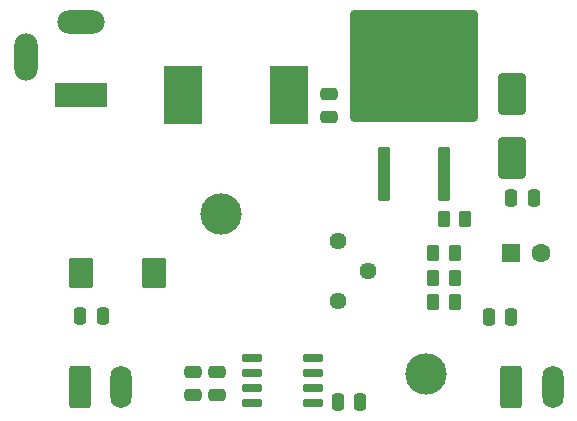
<source format=gts>
G04 #@! TF.GenerationSoftware,KiCad,Pcbnew,8.0.5*
G04 #@! TF.CreationDate,2025-01-03T23:13:30-05:00*
G04 #@! TF.ProjectId,PierogiNixiePSU,50696572-6f67-4694-9e69-786965505355,rev?*
G04 #@! TF.SameCoordinates,Original*
G04 #@! TF.FileFunction,Soldermask,Top*
G04 #@! TF.FilePolarity,Negative*
%FSLAX46Y46*%
G04 Gerber Fmt 4.6, Leading zero omitted, Abs format (unit mm)*
G04 Created by KiCad (PCBNEW 8.0.5) date 2025-01-03 23:13:30*
%MOMM*%
%LPD*%
G01*
G04 APERTURE LIST*
G04 Aperture macros list*
%AMRoundRect*
0 Rectangle with rounded corners*
0 $1 Rounding radius*
0 $2 $3 $4 $5 $6 $7 $8 $9 X,Y pos of 4 corners*
0 Add a 4 corners polygon primitive as box body*
4,1,4,$2,$3,$4,$5,$6,$7,$8,$9,$2,$3,0*
0 Add four circle primitives for the rounded corners*
1,1,$1+$1,$2,$3*
1,1,$1+$1,$4,$5*
1,1,$1+$1,$6,$7*
1,1,$1+$1,$8,$9*
0 Add four rect primitives between the rounded corners*
20,1,$1+$1,$2,$3,$4,$5,0*
20,1,$1+$1,$4,$5,$6,$7,0*
20,1,$1+$1,$6,$7,$8,$9,0*
20,1,$1+$1,$8,$9,$2,$3,0*%
G04 Aperture macros list end*
%ADD10RoundRect,0.250000X0.300000X-2.050000X0.300000X2.050000X-0.300000X2.050000X-0.300000X-2.050000X0*%
%ADD11RoundRect,0.250002X5.149998X-4.449998X5.149998X4.449998X-5.149998X4.449998X-5.149998X-4.449998X0*%
%ADD12C,3.500000*%
%ADD13R,3.175000X4.950000*%
%ADD14RoundRect,0.150000X-0.725000X-0.150000X0.725000X-0.150000X0.725000X0.150000X-0.725000X0.150000X0*%
%ADD15RoundRect,0.250000X-0.650000X-1.550000X0.650000X-1.550000X0.650000X1.550000X-0.650000X1.550000X0*%
%ADD16O,1.800000X3.600000*%
%ADD17RoundRect,0.250000X-0.475000X0.250000X-0.475000X-0.250000X0.475000X-0.250000X0.475000X0.250000X0*%
%ADD18RoundRect,0.250000X0.262500X0.450000X-0.262500X0.450000X-0.262500X-0.450000X0.262500X-0.450000X0*%
%ADD19RoundRect,0.250000X0.900000X-1.500000X0.900000X1.500000X-0.900000X1.500000X-0.900000X-1.500000X0*%
%ADD20R,4.500000X2.000000*%
%ADD21O,4.000000X2.000000*%
%ADD22O,2.000000X4.000000*%
%ADD23RoundRect,0.250000X0.250000X0.475000X-0.250000X0.475000X-0.250000X-0.475000X0.250000X-0.475000X0*%
%ADD24RoundRect,0.250000X-0.250000X-0.475000X0.250000X-0.475000X0.250000X0.475000X-0.250000X0.475000X0*%
%ADD25RoundRect,0.250000X-0.262500X-0.450000X0.262500X-0.450000X0.262500X0.450000X-0.262500X0.450000X0*%
%ADD26R,1.600000X1.600000*%
%ADD27C,1.600000*%
%ADD28C,1.440000*%
%ADD29RoundRect,0.250000X-0.787500X-1.025000X0.787500X-1.025000X0.787500X1.025000X-0.787500X1.025000X0*%
G04 APERTURE END LIST*
D10*
X52885000Y-36325000D03*
D11*
X55425000Y-27175000D03*
D10*
X57965000Y-36325000D03*
D12*
X56455000Y-53225000D03*
D13*
X35897500Y-29625000D03*
X44912500Y-29625000D03*
D14*
X41750000Y-51870000D03*
X41750000Y-53140000D03*
X41750000Y-54410000D03*
X41750000Y-55680000D03*
X46900000Y-55680000D03*
X46900000Y-54410000D03*
X46900000Y-53140000D03*
X46900000Y-51870000D03*
D12*
X39155000Y-39675000D03*
D15*
X27190000Y-54340000D03*
D16*
X30690000Y-54340000D03*
D17*
X36775000Y-53105000D03*
X36775000Y-55005000D03*
D18*
X58912500Y-47125000D03*
X57087500Y-47125000D03*
D19*
X63735000Y-34980000D03*
X63735000Y-29580000D03*
D18*
X59807500Y-40125000D03*
X57982500Y-40125000D03*
D20*
X27275000Y-29625000D03*
D21*
X27275000Y-23425000D03*
D22*
X22575000Y-26425000D03*
D23*
X63695000Y-48445000D03*
X61795000Y-48445000D03*
D24*
X49015000Y-55655000D03*
X50915000Y-55655000D03*
D15*
X63710000Y-54340000D03*
D16*
X67210000Y-54340000D03*
D17*
X48295000Y-29575000D03*
X48295000Y-31475000D03*
D25*
X57087500Y-43025000D03*
X58912500Y-43025000D03*
D26*
X63709759Y-43025000D03*
D27*
X66209759Y-43025000D03*
D24*
X27205000Y-48305000D03*
X29105000Y-48305000D03*
D28*
X49035000Y-47085000D03*
X51575000Y-44545000D03*
X49035000Y-42005000D03*
D18*
X58912500Y-45095000D03*
X57087500Y-45095000D03*
D17*
X38785000Y-53105000D03*
X38785000Y-55005000D03*
D24*
X63705000Y-38345000D03*
X65605000Y-38345000D03*
D29*
X27237500Y-44715000D03*
X33462500Y-44715000D03*
M02*

</source>
